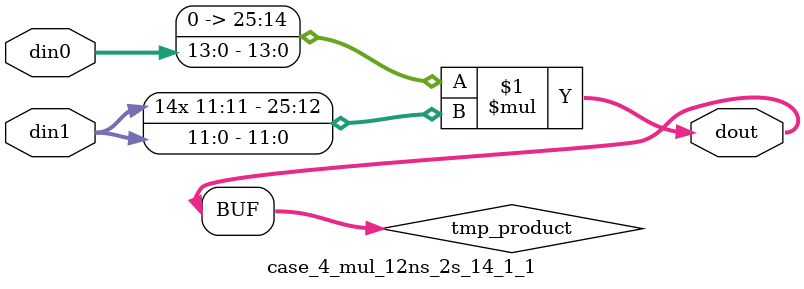
<source format=v>

`timescale 1 ns / 1 ps

 (* use_dsp = "no" *)  module case_4_mul_12ns_2s_14_1_1(din0, din1, dout);
parameter ID = 1;
parameter NUM_STAGE = 0;
parameter din0_WIDTH = 14;
parameter din1_WIDTH = 12;
parameter dout_WIDTH = 26;

input [din0_WIDTH - 1 : 0] din0; 
input [din1_WIDTH - 1 : 0] din1; 
output [dout_WIDTH - 1 : 0] dout;

wire signed [dout_WIDTH - 1 : 0] tmp_product;

























assign tmp_product = $signed({1'b0, din0}) * $signed(din1);










assign dout = tmp_product;





















endmodule

</source>
